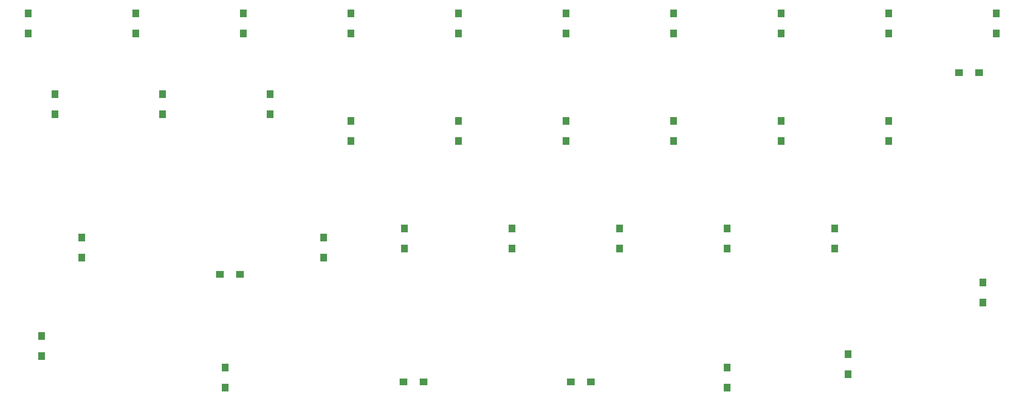
<source format=gbr>
%TF.GenerationSoftware,KiCad,Pcbnew,(7.0.0)*%
%TF.CreationDate,2024-02-27T19:35:30+01:00*%
%TF.ProjectId,pandemonium,70616e64-656d-46f6-9e69-756d2e6b6963,rev?*%
%TF.SameCoordinates,Original*%
%TF.FileFunction,Paste,Bot*%
%TF.FilePolarity,Positive*%
%FSLAX46Y46*%
G04 Gerber Fmt 4.6, Leading zero omitted, Abs format (unit mm)*
G04 Created by KiCad (PCBNEW (7.0.0)) date 2024-02-27 19:35:30*
%MOMM*%
%LPD*%
G01*
G04 APERTURE LIST*
%ADD10R,1.300000X1.400000*%
%ADD11R,1.400000X1.300000*%
G04 APERTURE END LIST*
D10*
%TO.C,D6*%
X149224999Y-74799999D03*
X149224999Y-71249999D03*
%TD*%
%TO.C,D17*%
X87312499Y-47437499D03*
X87312499Y-50987499D03*
%TD*%
%TO.C,D35*%
X130174999Y-74799999D03*
X130174999Y-71249999D03*
%TD*%
%TO.C,D9*%
X158749999Y-36699999D03*
X158749999Y-33149999D03*
%TD*%
D11*
%TO.C,D24*%
X144141999Y-98424999D03*
X140591999Y-98424999D03*
%TD*%
D10*
%TO.C,D31*%
X196849999Y-55749999D03*
X196849999Y-52199999D03*
%TD*%
%TO.C,D13*%
X168274999Y-74799999D03*
X168274999Y-71249999D03*
%TD*%
%TO.C,D18*%
X177799999Y-55749999D03*
X177799999Y-52199999D03*
%TD*%
D11*
%TO.C,D12*%
X81943749Y-79374999D03*
X78393749Y-79374999D03*
%TD*%
D10*
%TO.C,D20*%
X187324999Y-74799999D03*
X187324999Y-71249999D03*
%TD*%
%TO.C,D37*%
X213518749Y-84324999D03*
X213518749Y-80774999D03*
%TD*%
D11*
%TO.C,D32*%
X209362499Y-43656249D03*
X212912499Y-43656249D03*
%TD*%
D10*
%TO.C,D29*%
X120649999Y-55749999D03*
X120649999Y-52199999D03*
%TD*%
%TO.C,D2*%
X139699999Y-36699999D03*
X139699999Y-33149999D03*
%TD*%
%TO.C,D15*%
X82549999Y-36699999D03*
X82549999Y-33149999D03*
%TD*%
%TO.C,D28*%
X101599999Y-55749999D03*
X101599999Y-52199999D03*
%TD*%
%TO.C,D34*%
X111124999Y-74799999D03*
X111124999Y-71249999D03*
%TD*%
%TO.C,D16*%
X177799999Y-36699999D03*
X177799999Y-33149999D03*
%TD*%
%TO.C,D40*%
X168274999Y-99406249D03*
X168274999Y-95856249D03*
%TD*%
%TO.C,D23*%
X120649999Y-36699999D03*
X120649999Y-33149999D03*
%TD*%
%TO.C,D4*%
X139699999Y-55749999D03*
X139699999Y-52199999D03*
%TD*%
%TO.C,D11*%
X158749999Y-55749999D03*
X158749999Y-52199999D03*
%TD*%
%TO.C,D3*%
X49212499Y-47437499D03*
X49212499Y-50987499D03*
%TD*%
%TO.C,D25*%
X196849999Y-36699999D03*
X196849999Y-33149999D03*
%TD*%
%TO.C,D19*%
X96837499Y-72837499D03*
X96837499Y-76387499D03*
%TD*%
%TO.C,D14*%
X79374999Y-99406249D03*
X79374999Y-95856249D03*
%TD*%
%TO.C,D22*%
X101599999Y-36699999D03*
X101599999Y-33149999D03*
%TD*%
%TO.C,D1*%
X44449999Y-36699999D03*
X44449999Y-33149999D03*
%TD*%
%TO.C,D10*%
X68262499Y-47437499D03*
X68262499Y-50987499D03*
%TD*%
%TO.C,D7*%
X46831249Y-93849999D03*
X46831249Y-90299999D03*
%TD*%
%TO.C,D5*%
X53974999Y-72837499D03*
X53974999Y-76387499D03*
%TD*%
%TO.C,D27*%
X189706249Y-97024999D03*
X189706249Y-93474999D03*
%TD*%
D11*
%TO.C,D21*%
X110937499Y-98424999D03*
X114487499Y-98424999D03*
%TD*%
D10*
%TO.C,D8*%
X63499999Y-36699999D03*
X63499999Y-33149999D03*
%TD*%
%TO.C,D26*%
X215899999Y-36699999D03*
X215899999Y-33149999D03*
%TD*%
M02*

</source>
